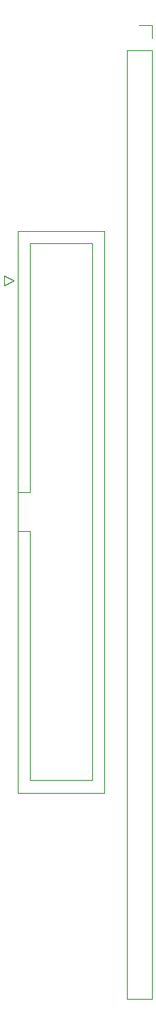
<source format=gbr>
%TF.GenerationSoftware,KiCad,Pcbnew,(5.1.10-1-10_14)*%
%TF.CreationDate,2021-08-04T23:39:18+02:00*%
%TF.ProjectId,idc40_breakout,69646334-305f-4627-9265-616b6f75742e,rev?*%
%TF.SameCoordinates,Original*%
%TF.FileFunction,Legend,Top*%
%TF.FilePolarity,Positive*%
%FSLAX46Y46*%
G04 Gerber Fmt 4.6, Leading zero omitted, Abs format (unit mm)*
G04 Created by KiCad (PCBNEW (5.1.10-1-10_14)) date 2021-08-04 23:39:18*
%MOMM*%
%LPD*%
G01*
G04 APERTURE LIST*
%ADD10C,0.120000*%
G04 APERTURE END LIST*
D10*
%TO.C,J2*%
X90791600Y-60576000D02*
X99911600Y-60576000D01*
X99911600Y-60576000D02*
X99911600Y-119256000D01*
X99911600Y-119256000D02*
X90791600Y-119256000D01*
X90791600Y-119256000D02*
X90791600Y-60576000D01*
X90791600Y-87866000D02*
X92101600Y-87866000D01*
X92101600Y-87866000D02*
X92101600Y-61876000D01*
X92101600Y-61876000D02*
X98601600Y-61876000D01*
X98601600Y-61876000D02*
X98601600Y-117956000D01*
X98601600Y-117956000D02*
X92101600Y-117956000D01*
X92101600Y-117956000D02*
X92101600Y-91966000D01*
X92101600Y-91966000D02*
X92101600Y-91966000D01*
X92101600Y-91966000D02*
X90791600Y-91966000D01*
X90401600Y-65786000D02*
X89401600Y-65286000D01*
X89401600Y-65286000D02*
X89401600Y-66286000D01*
X89401600Y-66286000D02*
X90401600Y-65786000D01*
%TO.C,J1*%
X102225800Y-41686000D02*
X104885800Y-41686000D01*
X102225800Y-41686000D02*
X102225800Y-140806000D01*
X102225800Y-140806000D02*
X104885800Y-140806000D01*
X104885800Y-41686000D02*
X104885800Y-140806000D01*
X104885800Y-39086000D02*
X104885800Y-40416000D01*
X103555800Y-39086000D02*
X104885800Y-39086000D01*
%TD*%
M02*

</source>
